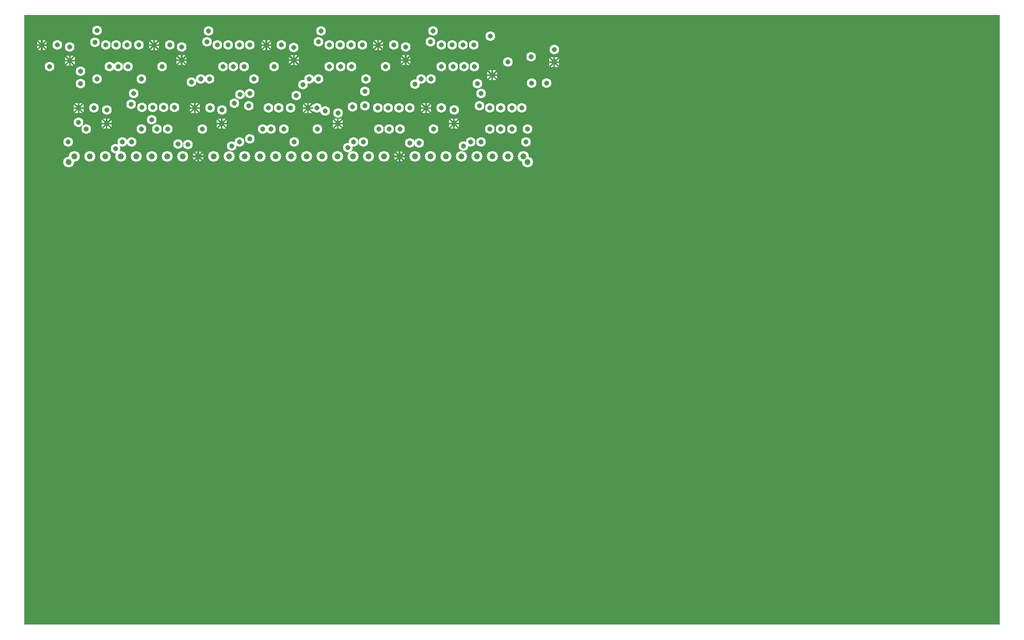
<source format=gbr>
%FSLAX34Y34*%
%MOMM*%
%LNCOPPER_INNER1*%
G71*
G01*
%ADD10C,1.800*%
%ADD11C,1.600*%
%ADD12C,0.333*%
%ADD13C,0.267*%
%ADD14C,1.000*%
%ADD15C,0.800*%
%LPD*%
G36*
X0Y1000000D02*
X1600000Y1000000D01*
X1600000Y0D01*
X0Y0D01*
X0Y1000000D01*
G37*
%LPC*%
X107553Y768350D02*
G54D10*
D03*
X82153Y768350D02*
G54D10*
D03*
X132953Y768350D02*
G54D10*
D03*
X158353Y768350D02*
G54D10*
D03*
X183753Y768350D02*
G54D10*
D03*
X209153Y768350D02*
G54D10*
D03*
X234553Y768350D02*
G54D10*
D03*
X259953Y768350D02*
G54D10*
D03*
X310753Y768350D02*
G54D10*
D03*
X285353Y768350D02*
G54D10*
D03*
X336153Y768350D02*
G54D10*
D03*
X361553Y768350D02*
G54D10*
D03*
X386953Y768350D02*
G54D10*
D03*
X412353Y768350D02*
G54D10*
D03*
X437753Y768350D02*
G54D10*
D03*
X463153Y768350D02*
G54D10*
D03*
X488553Y768350D02*
G54D10*
D03*
X513953Y768350D02*
G54D10*
D03*
X539353Y768350D02*
G54D10*
D03*
X564753Y768350D02*
G54D10*
D03*
X590153Y768350D02*
G54D10*
D03*
X615553Y768350D02*
G54D10*
D03*
X640953Y768350D02*
G54D10*
D03*
X691753Y768350D02*
G54D10*
D03*
X666353Y768350D02*
G54D10*
D03*
X717153Y768350D02*
G54D10*
D03*
X742553Y768350D02*
G54D10*
D03*
X767953Y768350D02*
G54D10*
D03*
X793353Y768350D02*
G54D10*
D03*
X818753Y768350D02*
G54D10*
D03*
X72628Y758825D02*
G54D10*
D03*
X825103Y758825D02*
G54D10*
D03*
X310753Y768350D02*
G54D10*
D03*
X285353Y768350D02*
G54D10*
D03*
X336153Y768350D02*
G54D10*
D03*
X361553Y768350D02*
G54D10*
D03*
X386953Y768350D02*
G54D10*
D03*
X412353Y768350D02*
G54D10*
D03*
X437753Y768350D02*
G54D10*
D03*
X463153Y768350D02*
G54D10*
D03*
X488553Y768350D02*
G54D10*
D03*
X513953Y768350D02*
G54D10*
D03*
X539353Y768350D02*
G54D10*
D03*
X564753Y768350D02*
G54D10*
D03*
X590153Y768350D02*
G54D10*
D03*
X615553Y768350D02*
G54D10*
D03*
X640953Y768350D02*
G54D10*
D03*
X691753Y768350D02*
G54D10*
D03*
X666353Y768350D02*
G54D10*
D03*
X717153Y768350D02*
G54D10*
D03*
X742553Y768350D02*
G54D10*
D03*
X767953Y768350D02*
G54D10*
D03*
X793353Y768350D02*
G54D10*
D03*
X818753Y768350D02*
G54D10*
D03*
X825103Y758825D02*
G54D10*
D03*
X53975Y950912D02*
G54D11*
D03*
G36*
X20575Y958912D02*
X36575Y958912D01*
X36575Y942912D01*
X20575Y942912D01*
X20575Y958912D01*
G37*
X41275Y915988D02*
G54D11*
D03*
X74612Y947738D02*
G54D11*
D03*
G36*
X66612Y933512D02*
X82612Y933512D01*
X82612Y917512D01*
X66612Y917512D01*
X66612Y933512D01*
G37*
X92075Y908050D02*
G54D11*
D03*
X92075Y887412D02*
G54D11*
D03*
X119062Y974725D02*
G54D11*
D03*
X115887Y955675D02*
G54D11*
D03*
X133350Y950912D02*
G54D11*
D03*
X150812Y950912D02*
G54D11*
D03*
X168275Y950912D02*
G54D11*
D03*
X187325Y950912D02*
G54D11*
D03*
X169862Y915988D02*
G54D11*
D03*
X153988Y915988D02*
G54D11*
D03*
X139700Y915988D02*
G54D11*
D03*
X119062Y895350D02*
G54D11*
D03*
X179388Y871538D02*
G54D11*
D03*
X174625Y854075D02*
G54D11*
D03*
X134938Y844550D02*
G54D11*
D03*
X114300Y847725D02*
G54D11*
D03*
G36*
X80900Y855725D02*
X96900Y855725D01*
X96900Y839725D01*
X80900Y839725D01*
X80900Y855725D01*
G37*
X88900Y823912D02*
G54D11*
D03*
X101600Y812800D02*
G54D11*
D03*
G36*
X126937Y830325D02*
X142937Y830325D01*
X142937Y814325D01*
X126937Y814325D01*
X126937Y830325D01*
G37*
X149225Y781050D02*
G54D11*
D03*
X160338Y792162D02*
G54D11*
D03*
X176212Y792162D02*
G54D11*
D03*
X192088Y812800D02*
G54D11*
D03*
X217488Y812800D02*
G54D11*
D03*
X234950Y812800D02*
G54D11*
D03*
X209153Y828675D02*
G54D11*
D03*
X192881Y848519D02*
G54D11*
D03*
X210344Y848519D02*
G54D11*
D03*
X228600Y848519D02*
G54D11*
D03*
X246062Y848519D02*
G54D11*
D03*
X225425Y915988D02*
G54D11*
D03*
X273844Y890588D02*
G54D11*
D03*
X288925Y895350D02*
G54D11*
D03*
X304006Y895350D02*
G54D11*
D03*
G36*
X204725Y958912D02*
X220725Y958912D01*
X220725Y942912D01*
X204725Y942912D01*
X204725Y958912D01*
G37*
X238125Y950912D02*
G54D11*
D03*
X257969Y947738D02*
G54D11*
D03*
G36*
X249969Y934306D02*
X265969Y934306D01*
X265969Y918306D01*
X249969Y918306D01*
X249969Y934306D01*
G37*
X302419Y973931D02*
G54D11*
D03*
X299244Y956469D02*
G54D11*
D03*
X316706Y950912D02*
G54D11*
D03*
X334169Y950912D02*
G54D11*
D03*
X352425Y950912D02*
G54D11*
D03*
X369888Y950912D02*
G54D11*
D03*
G36*
X388875Y958912D02*
X404875Y958912D01*
X404875Y942912D01*
X388875Y942912D01*
X388875Y958912D01*
G37*
X421481Y950912D02*
G54D11*
D03*
X442119Y946944D02*
G54D11*
D03*
G36*
X434119Y934306D02*
X450119Y934306D01*
X450119Y918306D01*
X434119Y918306D01*
X434119Y934306D01*
G37*
X500062Y950912D02*
G54D11*
D03*
X518319Y950912D02*
G54D11*
D03*
X535781Y950912D02*
G54D11*
D03*
X554038Y950912D02*
G54D11*
D03*
X486569Y973931D02*
G54D11*
D03*
X482600Y956469D02*
G54D11*
D03*
G36*
X572231Y958912D02*
X588231Y958912D01*
X588231Y942912D01*
X572231Y942912D01*
X572231Y958912D01*
G37*
X605631Y950912D02*
G54D11*
D03*
X625475Y947738D02*
G54D11*
D03*
G36*
X617475Y934306D02*
X633475Y934306D01*
X633475Y918306D01*
X617475Y918306D01*
X617475Y934306D01*
G37*
X684212Y950912D02*
G54D11*
D03*
X701675Y950912D02*
G54D11*
D03*
X719138Y950912D02*
G54D11*
D03*
X737394Y950912D02*
G54D11*
D03*
X669925Y973931D02*
G54D11*
D03*
X665956Y956469D02*
G54D11*
D03*
X764381Y965994D02*
G54D11*
D03*
G36*
X759556Y909700D02*
X775556Y909700D01*
X775556Y893700D01*
X759556Y893700D01*
X759556Y909700D01*
G37*
X831056Y931862D02*
G54D11*
D03*
X831850Y888206D02*
G54D11*
D03*
X856456Y888206D02*
G54D11*
D03*
X869156Y943769D02*
G54D11*
D03*
G36*
X861156Y931131D02*
X877156Y931131D01*
X877156Y915131D01*
X861156Y915131D01*
X861156Y931131D01*
G37*
X792956Y923131D02*
G54D11*
D03*
X738187Y915987D02*
G54D11*
D03*
X720725Y915988D02*
G54D11*
D03*
X703262Y915988D02*
G54D11*
D03*
X684212Y915988D02*
G54D11*
D03*
X592138Y915988D02*
G54D11*
D03*
X536575Y915988D02*
G54D11*
D03*
X519112Y915988D02*
G54D11*
D03*
X500062Y915988D02*
G54D11*
D03*
X409575Y915988D02*
G54D11*
D03*
X360362Y915988D02*
G54D11*
D03*
X342900Y915988D02*
G54D11*
D03*
X325438Y915988D02*
G54D11*
D03*
X666750Y895350D02*
G54D11*
D03*
X650875Y895350D02*
G54D11*
D03*
X482600Y895350D02*
G54D11*
D03*
X466725Y895350D02*
G54D11*
D03*
X457200Y885825D02*
G54D11*
D03*
X640556Y886619D02*
G54D11*
D03*
X742950Y887412D02*
G54D11*
D03*
X558800Y874712D02*
G54D11*
D03*
X579438Y847725D02*
G54D11*
D03*
X596900Y847725D02*
G54D11*
D03*
X614362Y847725D02*
G54D11*
D03*
X479425Y847725D02*
G54D11*
D03*
G36*
X457137Y855725D02*
X473137Y855725D01*
X473137Y839725D01*
X457137Y839725D01*
X457137Y855725D01*
G37*
X493712Y842962D02*
G54D11*
D03*
X538162Y849312D02*
G54D11*
D03*
X558800Y850900D02*
G54D11*
D03*
X514350Y839788D02*
G54D11*
D03*
G36*
X506350Y830325D02*
X522350Y830325D01*
X522350Y814325D01*
X506350Y814325D01*
X506350Y830325D01*
G37*
X631825Y847725D02*
G54D11*
D03*
G36*
X650812Y855725D02*
X666812Y855725D01*
X666812Y839725D01*
X650812Y839725D01*
X650812Y855725D01*
G37*
X684212Y847725D02*
G54D11*
D03*
X763588Y847725D02*
G54D11*
D03*
X781050Y847725D02*
G54D11*
D03*
X800100Y847725D02*
G54D11*
D03*
X815975Y847725D02*
G54D11*
D03*
X800100Y812800D02*
G54D11*
D03*
X781050Y812800D02*
G54D11*
D03*
X763588Y812800D02*
G54D11*
D03*
X749300Y871538D02*
G54D11*
D03*
X746125Y850900D02*
G54D11*
D03*
X704850Y844550D02*
G54D11*
D03*
G36*
X696850Y830325D02*
X712850Y830325D01*
X712850Y814325D01*
X696850Y814325D01*
X696850Y830325D01*
G37*
X825500Y812800D02*
G54D11*
D03*
X822325Y792162D02*
G54D11*
D03*
X749300Y792162D02*
G54D11*
D03*
X731838Y792162D02*
G54D11*
D03*
X719931Y785019D02*
G54D11*
D03*
X671512Y812800D02*
G54D11*
D03*
X647700Y790575D02*
G54D11*
D03*
X631825Y790575D02*
G54D11*
D03*
X615950Y812800D02*
G54D11*
D03*
X598488Y812800D02*
G54D11*
D03*
X581025Y812800D02*
G54D11*
D03*
X481012Y812800D02*
G54D11*
D03*
X555625Y792162D02*
G54D11*
D03*
X539750Y792162D02*
G54D11*
D03*
X530225Y782638D02*
G54D11*
D03*
X446088Y868362D02*
G54D11*
D03*
X442912Y792162D02*
G54D11*
D03*
X425450Y812800D02*
G54D11*
D03*
X404812Y812800D02*
G54D11*
D03*
X390525Y812800D02*
G54D11*
D03*
X292100Y812800D02*
G54D11*
D03*
G36*
X271400Y855725D02*
X287400Y855725D01*
X287400Y839725D01*
X271400Y839725D01*
X271400Y855725D01*
G37*
X304800Y847725D02*
G54D11*
D03*
X323850Y844550D02*
G54D11*
D03*
G36*
X315850Y830325D02*
X331850Y830325D01*
X331850Y814325D01*
X315850Y814325D01*
X315850Y830325D01*
G37*
X344488Y855662D02*
G54D11*
D03*
X354012Y869950D02*
G54D11*
D03*
X369888Y871538D02*
G54D11*
D03*
X368300Y850900D02*
G54D11*
D03*
X339725Y785019D02*
G54D11*
D03*
X352425Y792162D02*
G54D11*
D03*
X369888Y796925D02*
G54D11*
D03*
X400050Y847725D02*
G54D11*
D03*
X417512Y847725D02*
G54D11*
D03*
X436562Y847725D02*
G54D11*
D03*
X376237Y895350D02*
G54D11*
D03*
X192087Y895350D02*
G54D11*
D03*
X252412Y788988D02*
G54D11*
D03*
X268288Y787400D02*
G54D11*
D03*
X560387Y895350D02*
G54D11*
D03*
X71438Y792162D02*
G54D11*
D03*
%LPD*%
G54D12*
G54D12*
G54D12*
G36*
X283686Y768350D02*
X283686Y777850D01*
X287020Y777850D01*
X287020Y768350D01*
X283686Y768350D01*
G37*
G36*
X284174Y769528D02*
X290892Y776246D01*
X293249Y773889D01*
X286532Y767172D01*
X284174Y769528D01*
G37*
G36*
X285353Y770017D02*
X294853Y770017D01*
X294853Y766683D01*
X285353Y766683D01*
X285353Y770017D01*
G37*
G36*
X286532Y769528D02*
X293249Y762811D01*
X290892Y760454D01*
X284174Y767172D01*
X286532Y769528D01*
G37*
G36*
X287020Y768350D02*
X287020Y758850D01*
X283686Y758850D01*
X283686Y768350D01*
X287020Y768350D01*
G37*
G36*
X286532Y767172D02*
X279814Y760454D01*
X277457Y762811D01*
X284174Y769528D01*
X286532Y767172D01*
G37*
G36*
X285353Y766683D02*
X275853Y766683D01*
X275853Y770017D01*
X285353Y770017D01*
X285353Y766683D01*
G37*
G36*
X284174Y767172D02*
X277457Y773889D01*
X279814Y776246D01*
X286532Y769528D01*
X284174Y767172D01*
G37*
G54D12*
G36*
X613886Y768350D02*
X613886Y777850D01*
X617220Y777850D01*
X617220Y768350D01*
X613886Y768350D01*
G37*
G36*
X614374Y769529D02*
X621092Y776246D01*
X623449Y773889D01*
X616732Y767171D01*
X614374Y769529D01*
G37*
G36*
X615553Y770017D02*
X625053Y770017D01*
X625053Y766683D01*
X615553Y766683D01*
X615553Y770017D01*
G37*
G36*
X616732Y769529D02*
X623449Y762811D01*
X621092Y760454D01*
X614374Y767171D01*
X616732Y769529D01*
G37*
G36*
X617220Y768350D02*
X617220Y758850D01*
X613886Y758850D01*
X613886Y768350D01*
X617220Y768350D01*
G37*
G36*
X616732Y767171D02*
X610014Y760454D01*
X607657Y762811D01*
X614374Y769529D01*
X616732Y767171D01*
G37*
G36*
X615553Y766683D02*
X606053Y766683D01*
X606053Y770017D01*
X615553Y770017D01*
X615553Y766683D01*
G37*
G36*
X614374Y767171D02*
X607657Y773889D01*
X610014Y776246D01*
X616732Y769529D01*
X614374Y767171D01*
G37*
G54D12*
G54D12*
G54D13*
G36*
X27242Y950912D02*
X27242Y959412D01*
X29908Y959412D01*
X29908Y950912D01*
X27242Y950912D01*
G37*
G36*
X27632Y951855D02*
X35986Y960208D01*
X37871Y958323D01*
X29518Y949969D01*
X27632Y951855D01*
G37*
G36*
X28575Y952245D02*
X37075Y952245D01*
X37075Y949579D01*
X28575Y949579D01*
X28575Y952245D01*
G37*
G36*
X29518Y951855D02*
X37871Y943501D01*
X35986Y941616D01*
X27632Y949969D01*
X29518Y951855D01*
G37*
G36*
X29908Y950912D02*
X29908Y942412D01*
X27242Y942412D01*
X27242Y950912D01*
X29908Y950912D01*
G37*
G36*
X29518Y949969D02*
X21164Y941616D01*
X19279Y943501D01*
X27632Y951855D01*
X29518Y949969D01*
G37*
G36*
X28575Y949579D02*
X20075Y949579D01*
X20075Y952245D01*
X28575Y952245D01*
X28575Y949579D01*
G37*
G36*
X27632Y949969D02*
X19279Y958323D01*
X21164Y960208D01*
X29518Y951855D01*
X27632Y949969D01*
G37*
G54D13*
G36*
X73279Y925512D02*
X73279Y934012D01*
X75945Y934012D01*
X75945Y925512D01*
X73279Y925512D01*
G37*
G36*
X73669Y926455D02*
X82023Y934808D01*
X83908Y932923D01*
X75555Y924569D01*
X73669Y926455D01*
G37*
G36*
X74612Y926845D02*
X83112Y926845D01*
X83112Y924179D01*
X74612Y924179D01*
X74612Y926845D01*
G37*
G36*
X75555Y926455D02*
X83908Y918101D01*
X82023Y916216D01*
X73669Y924569D01*
X75555Y926455D01*
G37*
G36*
X75945Y925512D02*
X75945Y917012D01*
X73279Y917012D01*
X73279Y925512D01*
X75945Y925512D01*
G37*
G36*
X75555Y924569D02*
X67201Y916216D01*
X65316Y918101D01*
X73669Y926455D01*
X75555Y924569D01*
G37*
G36*
X74612Y924179D02*
X66112Y924179D01*
X66112Y926845D01*
X74612Y926845D01*
X74612Y924179D01*
G37*
G36*
X73669Y924569D02*
X65316Y932923D01*
X67201Y934808D01*
X75555Y926455D01*
X73669Y924569D01*
G37*
G54D13*
G54D13*
G54D13*
G36*
X87567Y847725D02*
X87567Y856225D01*
X90233Y856225D01*
X90233Y847725D01*
X87567Y847725D01*
G37*
G36*
X87957Y848668D02*
X96311Y857021D01*
X98196Y855136D01*
X89843Y846782D01*
X87957Y848668D01*
G37*
G36*
X88900Y849058D02*
X97400Y849058D01*
X97400Y846392D01*
X88900Y846392D01*
X88900Y849058D01*
G37*
G36*
X89843Y848668D02*
X98196Y840314D01*
X96311Y838429D01*
X87957Y846782D01*
X89843Y848668D01*
G37*
G36*
X90233Y847725D02*
X90233Y839225D01*
X87567Y839225D01*
X87567Y847725D01*
X90233Y847725D01*
G37*
G36*
X89843Y846782D02*
X81489Y838429D01*
X79604Y840314D01*
X87957Y848668D01*
X89843Y846782D01*
G37*
G36*
X88900Y846392D02*
X80400Y846392D01*
X80400Y849058D01*
X88900Y849058D01*
X88900Y846392D01*
G37*
G36*
X87957Y846782D02*
X79604Y855136D01*
X81489Y857021D01*
X89843Y848668D01*
X87957Y846782D01*
G37*
G54D13*
G36*
X133604Y822325D02*
X133604Y830825D01*
X136270Y830825D01*
X136270Y822325D01*
X133604Y822325D01*
G37*
G36*
X133994Y823268D02*
X142348Y831621D01*
X144233Y829736D01*
X135880Y821382D01*
X133994Y823268D01*
G37*
G36*
X134937Y823658D02*
X143437Y823658D01*
X143437Y820992D01*
X134937Y820992D01*
X134937Y823658D01*
G37*
G36*
X135880Y823268D02*
X144233Y814914D01*
X142348Y813029D01*
X133994Y821382D01*
X135880Y823268D01*
G37*
G36*
X136270Y822325D02*
X136270Y813825D01*
X133604Y813825D01*
X133604Y822325D01*
X136270Y822325D01*
G37*
G36*
X135880Y821382D02*
X127526Y813029D01*
X125641Y814914D01*
X133994Y823268D01*
X135880Y821382D01*
G37*
G36*
X134937Y820992D02*
X126437Y820992D01*
X126437Y823658D01*
X134937Y823658D01*
X134937Y820992D01*
G37*
G36*
X133994Y821382D02*
X125641Y829736D01*
X127526Y831621D01*
X135880Y823268D01*
X133994Y821382D01*
G37*
G54D13*
G36*
X211392Y950912D02*
X211392Y959412D01*
X214058Y959412D01*
X214058Y950912D01*
X211392Y950912D01*
G37*
G36*
X211782Y951855D02*
X220136Y960208D01*
X222021Y958323D01*
X213668Y949969D01*
X211782Y951855D01*
G37*
G36*
X212725Y952245D02*
X221225Y952245D01*
X221225Y949579D01*
X212725Y949579D01*
X212725Y952245D01*
G37*
G36*
X213668Y951855D02*
X222021Y943501D01*
X220136Y941616D01*
X211782Y949969D01*
X213668Y951855D01*
G37*
G36*
X214058Y950912D02*
X214058Y942412D01*
X211392Y942412D01*
X211392Y950912D01*
X214058Y950912D01*
G37*
G36*
X213668Y949969D02*
X205314Y941616D01*
X203429Y943501D01*
X211782Y951855D01*
X213668Y949969D01*
G37*
G36*
X212725Y949579D02*
X204225Y949579D01*
X204225Y952245D01*
X212725Y952245D01*
X212725Y949579D01*
G37*
G36*
X211782Y949969D02*
X203429Y958323D01*
X205314Y960208D01*
X213668Y951855D01*
X211782Y949969D01*
G37*
G54D13*
G36*
X256636Y926306D02*
X256636Y934806D01*
X259302Y934806D01*
X259302Y926306D01*
X256636Y926306D01*
G37*
G36*
X257026Y927249D02*
X265380Y935602D01*
X267265Y933717D01*
X258912Y925363D01*
X257026Y927249D01*
G37*
G36*
X257969Y927639D02*
X266469Y927639D01*
X266469Y924973D01*
X257969Y924973D01*
X257969Y927639D01*
G37*
G36*
X258912Y927249D02*
X267265Y918895D01*
X265380Y917010D01*
X257026Y925363D01*
X258912Y927249D01*
G37*
G36*
X259302Y926306D02*
X259302Y917806D01*
X256636Y917806D01*
X256636Y926306D01*
X259302Y926306D01*
G37*
G36*
X258912Y925363D02*
X250558Y917010D01*
X248673Y918895D01*
X257026Y927249D01*
X258912Y925363D01*
G37*
G36*
X257969Y924973D02*
X249469Y924973D01*
X249469Y927639D01*
X257969Y927639D01*
X257969Y924973D01*
G37*
G36*
X257026Y925363D02*
X248673Y933717D01*
X250558Y935602D01*
X258912Y927249D01*
X257026Y925363D01*
G37*
G54D13*
G54D13*
G36*
X395542Y950912D02*
X395542Y959412D01*
X398208Y959412D01*
X398208Y950912D01*
X395542Y950912D01*
G37*
G36*
X395932Y951855D02*
X404286Y960208D01*
X406171Y958323D01*
X397818Y949969D01*
X395932Y951855D01*
G37*
G36*
X396875Y952245D02*
X405375Y952245D01*
X405375Y949579D01*
X396875Y949579D01*
X396875Y952245D01*
G37*
G36*
X397818Y951855D02*
X406171Y943501D01*
X404286Y941616D01*
X395932Y949969D01*
X397818Y951855D01*
G37*
G36*
X398208Y950912D02*
X398208Y942412D01*
X395542Y942412D01*
X395542Y950912D01*
X398208Y950912D01*
G37*
G36*
X397818Y949969D02*
X389464Y941616D01*
X387579Y943501D01*
X395932Y951855D01*
X397818Y949969D01*
G37*
G36*
X396875Y949579D02*
X388375Y949579D01*
X388375Y952245D01*
X396875Y952245D01*
X396875Y949579D01*
G37*
G36*
X395932Y949969D02*
X387579Y958323D01*
X389464Y960208D01*
X397818Y951855D01*
X395932Y949969D01*
G37*
G54D13*
G36*
X440786Y926306D02*
X440786Y934806D01*
X443452Y934806D01*
X443452Y926306D01*
X440786Y926306D01*
G37*
G36*
X441176Y927249D02*
X449530Y935602D01*
X451415Y933717D01*
X443062Y925363D01*
X441176Y927249D01*
G37*
G36*
X442119Y927639D02*
X450619Y927639D01*
X450619Y924973D01*
X442119Y924973D01*
X442119Y927639D01*
G37*
G36*
X443062Y927249D02*
X451415Y918895D01*
X449530Y917010D01*
X441176Y925363D01*
X443062Y927249D01*
G37*
G36*
X443452Y926306D02*
X443452Y917806D01*
X440786Y917806D01*
X440786Y926306D01*
X443452Y926306D01*
G37*
G36*
X443062Y925363D02*
X434708Y917010D01*
X432823Y918895D01*
X441176Y927249D01*
X443062Y925363D01*
G37*
G36*
X442119Y924973D02*
X433619Y924973D01*
X433619Y927639D01*
X442119Y927639D01*
X442119Y924973D01*
G37*
G36*
X441176Y925363D02*
X432823Y933717D01*
X434708Y935602D01*
X443062Y927249D01*
X441176Y925363D01*
G37*
G54D13*
G54D13*
G36*
X578898Y950912D02*
X578898Y959412D01*
X581564Y959412D01*
X581564Y950912D01*
X578898Y950912D01*
G37*
G36*
X579288Y951855D02*
X587642Y960208D01*
X589527Y958323D01*
X581174Y949969D01*
X579288Y951855D01*
G37*
G36*
X580231Y952245D02*
X588731Y952245D01*
X588731Y949579D01*
X580231Y949579D01*
X580231Y952245D01*
G37*
G36*
X581174Y951855D02*
X589527Y943501D01*
X587642Y941616D01*
X579288Y949969D01*
X581174Y951855D01*
G37*
G36*
X581564Y950912D02*
X581564Y942412D01*
X578898Y942412D01*
X578898Y950912D01*
X581564Y950912D01*
G37*
G36*
X581174Y949969D02*
X572820Y941616D01*
X570935Y943501D01*
X579288Y951855D01*
X581174Y949969D01*
G37*
G36*
X580231Y949579D02*
X571731Y949579D01*
X571731Y952245D01*
X580231Y952245D01*
X580231Y949579D01*
G37*
G36*
X579288Y949969D02*
X570935Y958323D01*
X572820Y960208D01*
X581174Y951855D01*
X579288Y949969D01*
G37*
G54D13*
G36*
X624142Y926306D02*
X624142Y934806D01*
X626808Y934806D01*
X626808Y926306D01*
X624142Y926306D01*
G37*
G36*
X624532Y927249D02*
X632886Y935602D01*
X634771Y933717D01*
X626418Y925363D01*
X624532Y927249D01*
G37*
G36*
X625475Y927639D02*
X633975Y927639D01*
X633975Y924973D01*
X625475Y924973D01*
X625475Y927639D01*
G37*
G36*
X626418Y927249D02*
X634771Y918895D01*
X632886Y917010D01*
X624532Y925363D01*
X626418Y927249D01*
G37*
G36*
X626808Y926306D02*
X626808Y917806D01*
X624142Y917806D01*
X624142Y926306D01*
X626808Y926306D01*
G37*
G36*
X626418Y925363D02*
X618064Y917010D01*
X616179Y918895D01*
X624532Y927249D01*
X626418Y925363D01*
G37*
G36*
X625475Y924973D02*
X616975Y924973D01*
X616975Y927639D01*
X625475Y927639D01*
X625475Y924973D01*
G37*
G36*
X624532Y925363D02*
X616179Y933717D01*
X618064Y935602D01*
X626418Y927249D01*
X624532Y925363D01*
G37*
G54D13*
G54D13*
G54D13*
G36*
X766223Y901700D02*
X766223Y910200D01*
X768889Y910200D01*
X768889Y901700D01*
X766223Y901700D01*
G37*
G36*
X766613Y902643D02*
X774967Y910996D01*
X776852Y909111D01*
X768499Y900757D01*
X766613Y902643D01*
G37*
G36*
X767556Y903033D02*
X776056Y903033D01*
X776056Y900367D01*
X767556Y900367D01*
X767556Y903033D01*
G37*
G36*
X768499Y902643D02*
X776852Y894289D01*
X774967Y892404D01*
X766613Y900757D01*
X768499Y902643D01*
G37*
G36*
X768889Y901700D02*
X768889Y893200D01*
X766223Y893200D01*
X766223Y901700D01*
X768889Y901700D01*
G37*
G36*
X768499Y900757D02*
X760145Y892404D01*
X758260Y894289D01*
X766613Y902643D01*
X768499Y900757D01*
G37*
G36*
X767556Y900367D02*
X759056Y900367D01*
X759056Y903033D01*
X767556Y903033D01*
X767556Y900367D01*
G37*
G36*
X766613Y900757D02*
X758260Y909111D01*
X760145Y910996D01*
X768499Y902643D01*
X766613Y900757D01*
G37*
G54D13*
G36*
X867823Y923131D02*
X867823Y931631D01*
X870489Y931631D01*
X870489Y923131D01*
X867823Y923131D01*
G37*
G36*
X868213Y924074D02*
X876567Y932427D01*
X878452Y930542D01*
X870099Y922188D01*
X868213Y924074D01*
G37*
G36*
X869156Y924464D02*
X877656Y924464D01*
X877656Y921798D01*
X869156Y921798D01*
X869156Y924464D01*
G37*
G36*
X870099Y924074D02*
X878452Y915720D01*
X876567Y913835D01*
X868213Y922188D01*
X870099Y924074D01*
G37*
G36*
X870489Y923131D02*
X870489Y914631D01*
X867823Y914631D01*
X867823Y923131D01*
X870489Y923131D01*
G37*
G36*
X870099Y922188D02*
X861745Y913835D01*
X859860Y915720D01*
X868213Y924074D01*
X870099Y922188D01*
G37*
G36*
X869156Y921798D02*
X860656Y921798D01*
X860656Y924464D01*
X869156Y924464D01*
X869156Y921798D01*
G37*
G36*
X868213Y922188D02*
X859860Y930542D01*
X861745Y932427D01*
X870099Y924074D01*
X868213Y922188D01*
G37*
G54D13*
G54D13*
G36*
X463804Y847725D02*
X463804Y856225D01*
X466470Y856225D01*
X466470Y847725D01*
X463804Y847725D01*
G37*
G36*
X464194Y848668D02*
X472548Y857021D01*
X474433Y855136D01*
X466080Y846782D01*
X464194Y848668D01*
G37*
G36*
X465137Y849058D02*
X473637Y849058D01*
X473637Y846392D01*
X465137Y846392D01*
X465137Y849058D01*
G37*
G36*
X466080Y848668D02*
X474433Y840314D01*
X472548Y838429D01*
X464194Y846782D01*
X466080Y848668D01*
G37*
G36*
X466470Y847725D02*
X466470Y839225D01*
X463804Y839225D01*
X463804Y847725D01*
X466470Y847725D01*
G37*
G36*
X466080Y846782D02*
X457726Y838429D01*
X455841Y840314D01*
X464194Y848668D01*
X466080Y846782D01*
G37*
G36*
X465137Y846392D02*
X456637Y846392D01*
X456637Y849058D01*
X465137Y849058D01*
X465137Y846392D01*
G37*
G36*
X464194Y846782D02*
X455841Y855136D01*
X457726Y857021D01*
X466080Y848668D01*
X464194Y846782D01*
G37*
G54D13*
G54D13*
G36*
X513017Y822325D02*
X513017Y830825D01*
X515683Y830825D01*
X515683Y822325D01*
X513017Y822325D01*
G37*
G36*
X513407Y823268D02*
X521761Y831621D01*
X523646Y829736D01*
X515293Y821382D01*
X513407Y823268D01*
G37*
G36*
X514350Y823658D02*
X522850Y823658D01*
X522850Y820992D01*
X514350Y820992D01*
X514350Y823658D01*
G37*
G36*
X515293Y823268D02*
X523646Y814914D01*
X521761Y813029D01*
X513407Y821382D01*
X515293Y823268D01*
G37*
G36*
X515683Y822325D02*
X515683Y813825D01*
X513017Y813825D01*
X513017Y822325D01*
X515683Y822325D01*
G37*
G36*
X515293Y821382D02*
X506939Y813029D01*
X505054Y814914D01*
X513407Y823268D01*
X515293Y821382D01*
G37*
G36*
X514350Y820992D02*
X505850Y820992D01*
X505850Y823658D01*
X514350Y823658D01*
X514350Y820992D01*
G37*
G36*
X513407Y821382D02*
X505054Y829736D01*
X506939Y831621D01*
X515293Y823268D01*
X513407Y821382D01*
G37*
G54D13*
G36*
X657479Y847725D02*
X657479Y856225D01*
X660145Y856225D01*
X660145Y847725D01*
X657479Y847725D01*
G37*
G36*
X657869Y848668D02*
X666223Y857021D01*
X668108Y855136D01*
X659755Y846782D01*
X657869Y848668D01*
G37*
G36*
X658812Y849058D02*
X667312Y849058D01*
X667312Y846392D01*
X658812Y846392D01*
X658812Y849058D01*
G37*
G36*
X659755Y848668D02*
X668108Y840314D01*
X666223Y838429D01*
X657869Y846782D01*
X659755Y848668D01*
G37*
G36*
X660145Y847725D02*
X660145Y839225D01*
X657479Y839225D01*
X657479Y847725D01*
X660145Y847725D01*
G37*
G36*
X659755Y846782D02*
X651401Y838429D01*
X649516Y840314D01*
X657869Y848668D01*
X659755Y846782D01*
G37*
G36*
X658812Y846392D02*
X650312Y846392D01*
X650312Y849058D01*
X658812Y849058D01*
X658812Y846392D01*
G37*
G36*
X657869Y846782D02*
X649516Y855136D01*
X651401Y857021D01*
X659755Y848668D01*
X657869Y846782D01*
G37*
G54D13*
G54D13*
G36*
X703517Y822325D02*
X703517Y830825D01*
X706183Y830825D01*
X706183Y822325D01*
X703517Y822325D01*
G37*
G36*
X703907Y823268D02*
X712261Y831621D01*
X714146Y829736D01*
X705793Y821382D01*
X703907Y823268D01*
G37*
G36*
X704850Y823658D02*
X713350Y823658D01*
X713350Y820992D01*
X704850Y820992D01*
X704850Y823658D01*
G37*
G36*
X705793Y823268D02*
X714146Y814914D01*
X712261Y813029D01*
X703907Y821382D01*
X705793Y823268D01*
G37*
G36*
X706183Y822325D02*
X706183Y813825D01*
X703517Y813825D01*
X703517Y822325D01*
X706183Y822325D01*
G37*
G36*
X705793Y821382D02*
X697439Y813029D01*
X695554Y814914D01*
X703907Y823268D01*
X705793Y821382D01*
G37*
G36*
X704850Y820992D02*
X696350Y820992D01*
X696350Y823658D01*
X704850Y823658D01*
X704850Y820992D01*
G37*
G36*
X703907Y821382D02*
X695554Y829736D01*
X697439Y831621D01*
X705793Y823268D01*
X703907Y821382D01*
G37*
G54D13*
G54D13*
G54D13*
G54D13*
G36*
X278067Y847725D02*
X278067Y856225D01*
X280733Y856225D01*
X280733Y847725D01*
X278067Y847725D01*
G37*
G36*
X278457Y848668D02*
X286811Y857021D01*
X288696Y855136D01*
X280343Y846782D01*
X278457Y848668D01*
G37*
G36*
X279400Y849058D02*
X287900Y849058D01*
X287900Y846392D01*
X279400Y846392D01*
X279400Y849058D01*
G37*
G36*
X280343Y848668D02*
X288696Y840314D01*
X286811Y838429D01*
X278457Y846782D01*
X280343Y848668D01*
G37*
G36*
X280733Y847725D02*
X280733Y839225D01*
X278067Y839225D01*
X278067Y847725D01*
X280733Y847725D01*
G37*
G36*
X280343Y846782D02*
X271989Y838429D01*
X270104Y840314D01*
X278457Y848668D01*
X280343Y846782D01*
G37*
G36*
X279400Y846392D02*
X270900Y846392D01*
X270900Y849058D01*
X279400Y849058D01*
X279400Y846392D01*
G37*
G36*
X278457Y846782D02*
X270104Y855136D01*
X271989Y857021D01*
X280343Y848668D01*
X278457Y846782D01*
G37*
G54D13*
G36*
X322517Y822325D02*
X322517Y830825D01*
X325183Y830825D01*
X325183Y822325D01*
X322517Y822325D01*
G37*
G36*
X322907Y823268D02*
X331261Y831621D01*
X333146Y829736D01*
X324793Y821382D01*
X322907Y823268D01*
G37*
G36*
X323850Y823658D02*
X332350Y823658D01*
X332350Y820992D01*
X323850Y820992D01*
X323850Y823658D01*
G37*
G36*
X324793Y823268D02*
X333146Y814914D01*
X331261Y813029D01*
X322907Y821382D01*
X324793Y823268D01*
G37*
G36*
X325183Y822325D02*
X325183Y813825D01*
X322517Y813825D01*
X322517Y822325D01*
X325183Y822325D01*
G37*
G36*
X324793Y821382D02*
X316439Y813029D01*
X314554Y814914D01*
X322907Y823268D01*
X324793Y821382D01*
G37*
G36*
X323850Y820992D02*
X315350Y820992D01*
X315350Y823658D01*
X323850Y823658D01*
X323850Y820992D01*
G37*
G36*
X322907Y821382D02*
X314554Y829736D01*
X316439Y831621D01*
X324793Y823268D01*
X322907Y821382D01*
G37*
G54D13*
G54D13*
G54D13*
G54D13*
G54D13*
X107553Y768350D02*
G54D14*
D03*
X82153Y768350D02*
G54D14*
D03*
X132953Y768350D02*
G54D14*
D03*
X158353Y768350D02*
G54D14*
D03*
X183753Y768350D02*
G54D14*
D03*
X209153Y768350D02*
G54D14*
D03*
X234553Y768350D02*
G54D14*
D03*
X259953Y768350D02*
G54D14*
D03*
X310753Y768350D02*
G54D14*
D03*
X285353Y768350D02*
G54D14*
D03*
X336153Y768350D02*
G54D14*
D03*
X361553Y768350D02*
G54D14*
D03*
X386953Y768350D02*
G54D14*
D03*
X412353Y768350D02*
G54D14*
D03*
X437753Y768350D02*
G54D14*
D03*
X463153Y768350D02*
G54D14*
D03*
X488553Y768350D02*
G54D14*
D03*
X513953Y768350D02*
G54D14*
D03*
X539353Y768350D02*
G54D14*
D03*
X564753Y768350D02*
G54D14*
D03*
X590153Y768350D02*
G54D14*
D03*
X615553Y768350D02*
G54D14*
D03*
X640953Y768350D02*
G54D14*
D03*
X691753Y768350D02*
G54D14*
D03*
X666353Y768350D02*
G54D14*
D03*
X717153Y768350D02*
G54D14*
D03*
X742553Y768350D02*
G54D14*
D03*
X767953Y768350D02*
G54D14*
D03*
X793353Y768350D02*
G54D14*
D03*
X818753Y768350D02*
G54D14*
D03*
X72628Y758825D02*
G54D14*
D03*
X825103Y758825D02*
G54D14*
D03*
X310753Y768350D02*
G54D14*
D03*
X285353Y768350D02*
G54D14*
D03*
X336153Y768350D02*
G54D14*
D03*
X361553Y768350D02*
G54D14*
D03*
X386953Y768350D02*
G54D14*
D03*
X412353Y768350D02*
G54D14*
D03*
X437753Y768350D02*
G54D14*
D03*
X463153Y768350D02*
G54D14*
D03*
X488553Y768350D02*
G54D14*
D03*
X513953Y768350D02*
G54D14*
D03*
X539353Y768350D02*
G54D14*
D03*
X564753Y768350D02*
G54D14*
D03*
X590153Y768350D02*
G54D14*
D03*
X615553Y768350D02*
G54D14*
D03*
X640953Y768350D02*
G54D14*
D03*
X691753Y768350D02*
G54D14*
D03*
X666353Y768350D02*
G54D14*
D03*
X717153Y768350D02*
G54D14*
D03*
X742553Y768350D02*
G54D14*
D03*
X767953Y768350D02*
G54D14*
D03*
X793353Y768350D02*
G54D14*
D03*
X818753Y768350D02*
G54D14*
D03*
X825103Y758825D02*
G54D14*
D03*
X53975Y950912D02*
G54D15*
D03*
G36*
X24575Y954912D02*
X32575Y954912D01*
X32575Y946912D01*
X24575Y946912D01*
X24575Y954912D01*
G37*
X41275Y915988D02*
G54D15*
D03*
X74612Y947738D02*
G54D15*
D03*
G36*
X70612Y929512D02*
X78612Y929512D01*
X78612Y921512D01*
X70612Y921512D01*
X70612Y929512D01*
G37*
X92075Y908050D02*
G54D15*
D03*
X92075Y887412D02*
G54D15*
D03*
X119062Y974725D02*
G54D15*
D03*
X115887Y955675D02*
G54D15*
D03*
X133350Y950912D02*
G54D15*
D03*
X150812Y950912D02*
G54D15*
D03*
X168275Y950912D02*
G54D15*
D03*
X187325Y950912D02*
G54D15*
D03*
X169862Y915988D02*
G54D15*
D03*
X153988Y915988D02*
G54D15*
D03*
X139700Y915988D02*
G54D15*
D03*
X119062Y895350D02*
G54D15*
D03*
X179388Y871538D02*
G54D15*
D03*
X174625Y854075D02*
G54D15*
D03*
X134938Y844550D02*
G54D15*
D03*
X114300Y847725D02*
G54D15*
D03*
G36*
X84900Y851725D02*
X92900Y851725D01*
X92900Y843725D01*
X84900Y843725D01*
X84900Y851725D01*
G37*
X88900Y823912D02*
G54D15*
D03*
X101600Y812800D02*
G54D15*
D03*
G36*
X130937Y826325D02*
X138937Y826325D01*
X138937Y818325D01*
X130937Y818325D01*
X130937Y826325D01*
G37*
X149225Y781050D02*
G54D15*
D03*
X160338Y792162D02*
G54D15*
D03*
X176212Y792162D02*
G54D15*
D03*
X192088Y812800D02*
G54D15*
D03*
X217488Y812800D02*
G54D15*
D03*
X234950Y812800D02*
G54D15*
D03*
X209153Y828675D02*
G54D15*
D03*
X192881Y848519D02*
G54D15*
D03*
X210344Y848519D02*
G54D15*
D03*
X228600Y848519D02*
G54D15*
D03*
X246062Y848519D02*
G54D15*
D03*
X225425Y915988D02*
G54D15*
D03*
X273844Y890588D02*
G54D15*
D03*
X288925Y895350D02*
G54D15*
D03*
X304006Y895350D02*
G54D15*
D03*
G36*
X208725Y954912D02*
X216725Y954912D01*
X216725Y946912D01*
X208725Y946912D01*
X208725Y954912D01*
G37*
X238125Y950912D02*
G54D15*
D03*
X257969Y947738D02*
G54D15*
D03*
G36*
X253969Y930306D02*
X261969Y930306D01*
X261969Y922306D01*
X253969Y922306D01*
X253969Y930306D01*
G37*
X302419Y973931D02*
G54D15*
D03*
X299244Y956469D02*
G54D15*
D03*
X316706Y950912D02*
G54D15*
D03*
X334169Y950912D02*
G54D15*
D03*
X352425Y950912D02*
G54D15*
D03*
X369888Y950912D02*
G54D15*
D03*
G36*
X392875Y954912D02*
X400875Y954912D01*
X400875Y946912D01*
X392875Y946912D01*
X392875Y954912D01*
G37*
X421481Y950912D02*
G54D15*
D03*
X442119Y946944D02*
G54D15*
D03*
G36*
X438119Y930306D02*
X446119Y930306D01*
X446119Y922306D01*
X438119Y922306D01*
X438119Y930306D01*
G37*
X500062Y950912D02*
G54D15*
D03*
X518319Y950912D02*
G54D15*
D03*
X535781Y950912D02*
G54D15*
D03*
X554038Y950912D02*
G54D15*
D03*
X486569Y973931D02*
G54D15*
D03*
X482600Y956469D02*
G54D15*
D03*
G36*
X576231Y954912D02*
X584231Y954912D01*
X584231Y946912D01*
X576231Y946912D01*
X576231Y954912D01*
G37*
X605631Y950912D02*
G54D15*
D03*
X625475Y947738D02*
G54D15*
D03*
G36*
X621475Y930306D02*
X629475Y930306D01*
X629475Y922306D01*
X621475Y922306D01*
X621475Y930306D01*
G37*
X684212Y950912D02*
G54D15*
D03*
X701675Y950912D02*
G54D15*
D03*
X719138Y950912D02*
G54D15*
D03*
X737394Y950912D02*
G54D15*
D03*
X669925Y973931D02*
G54D15*
D03*
X665956Y956469D02*
G54D15*
D03*
X764381Y965994D02*
G54D15*
D03*
G36*
X763556Y905700D02*
X771556Y905700D01*
X771556Y897700D01*
X763556Y897700D01*
X763556Y905700D01*
G37*
X831056Y931862D02*
G54D15*
D03*
X831850Y888206D02*
G54D15*
D03*
X856456Y888206D02*
G54D15*
D03*
X869156Y943769D02*
G54D15*
D03*
G36*
X865156Y927131D02*
X873156Y927131D01*
X873156Y919131D01*
X865156Y919131D01*
X865156Y927131D01*
G37*
X792956Y923131D02*
G54D15*
D03*
X738187Y915987D02*
G54D15*
D03*
X720725Y915988D02*
G54D15*
D03*
X703262Y915988D02*
G54D15*
D03*
X684212Y915988D02*
G54D15*
D03*
X592138Y915988D02*
G54D15*
D03*
X536575Y915988D02*
G54D15*
D03*
X519112Y915988D02*
G54D15*
D03*
X500062Y915988D02*
G54D15*
D03*
X409575Y915988D02*
G54D15*
D03*
X360362Y915988D02*
G54D15*
D03*
X342900Y915988D02*
G54D15*
D03*
X325438Y915988D02*
G54D15*
D03*
X666750Y895350D02*
G54D15*
D03*
X650875Y895350D02*
G54D15*
D03*
X482600Y895350D02*
G54D15*
D03*
X466725Y895350D02*
G54D15*
D03*
X457200Y885825D02*
G54D15*
D03*
X640556Y886619D02*
G54D15*
D03*
X742950Y887412D02*
G54D15*
D03*
X558800Y874712D02*
G54D15*
D03*
X579438Y847725D02*
G54D15*
D03*
X596900Y847725D02*
G54D15*
D03*
X614362Y847725D02*
G54D15*
D03*
X479425Y847725D02*
G54D15*
D03*
G36*
X461137Y851725D02*
X469137Y851725D01*
X469137Y843725D01*
X461137Y843725D01*
X461137Y851725D01*
G37*
X493712Y842962D02*
G54D15*
D03*
X538162Y849312D02*
G54D15*
D03*
X558800Y850900D02*
G54D15*
D03*
X514350Y839788D02*
G54D15*
D03*
G36*
X510350Y826325D02*
X518350Y826325D01*
X518350Y818325D01*
X510350Y818325D01*
X510350Y826325D01*
G37*
X631825Y847725D02*
G54D15*
D03*
G36*
X654812Y851725D02*
X662812Y851725D01*
X662812Y843725D01*
X654812Y843725D01*
X654812Y851725D01*
G37*
X684212Y847725D02*
G54D15*
D03*
X763588Y847725D02*
G54D15*
D03*
X781050Y847725D02*
G54D15*
D03*
X800100Y847725D02*
G54D15*
D03*
X815975Y847725D02*
G54D15*
D03*
X800100Y812800D02*
G54D15*
D03*
X781050Y812800D02*
G54D15*
D03*
X763588Y812800D02*
G54D15*
D03*
X749300Y871538D02*
G54D15*
D03*
X746125Y850900D02*
G54D15*
D03*
X704850Y844550D02*
G54D15*
D03*
G36*
X700850Y826325D02*
X708850Y826325D01*
X708850Y818325D01*
X700850Y818325D01*
X700850Y826325D01*
G37*
X825500Y812800D02*
G54D15*
D03*
X822325Y792162D02*
G54D15*
D03*
X749300Y792162D02*
G54D15*
D03*
X731838Y792162D02*
G54D15*
D03*
X719931Y785019D02*
G54D15*
D03*
X671512Y812800D02*
G54D15*
D03*
X647700Y790575D02*
G54D15*
D03*
X631825Y790575D02*
G54D15*
D03*
X615950Y812800D02*
G54D15*
D03*
X598488Y812800D02*
G54D15*
D03*
X581025Y812800D02*
G54D15*
D03*
X481012Y812800D02*
G54D15*
D03*
X555625Y792162D02*
G54D15*
D03*
X539750Y792162D02*
G54D15*
D03*
X530225Y782638D02*
G54D15*
D03*
X446088Y868362D02*
G54D15*
D03*
X442912Y792162D02*
G54D15*
D03*
X425450Y812800D02*
G54D15*
D03*
X404812Y812800D02*
G54D15*
D03*
X390525Y812800D02*
G54D15*
D03*
X292100Y812800D02*
G54D15*
D03*
G36*
X275400Y851725D02*
X283400Y851725D01*
X283400Y843725D01*
X275400Y843725D01*
X275400Y851725D01*
G37*
X304800Y847725D02*
G54D15*
D03*
X323850Y844550D02*
G54D15*
D03*
G36*
X319850Y826325D02*
X327850Y826325D01*
X327850Y818325D01*
X319850Y818325D01*
X319850Y826325D01*
G37*
X344488Y855662D02*
G54D15*
D03*
X354012Y869950D02*
G54D15*
D03*
X369888Y871538D02*
G54D15*
D03*
X368300Y850900D02*
G54D15*
D03*
X339725Y785019D02*
G54D15*
D03*
X352425Y792162D02*
G54D15*
D03*
X369888Y796925D02*
G54D15*
D03*
X400050Y847725D02*
G54D15*
D03*
X417512Y847725D02*
G54D15*
D03*
X436562Y847725D02*
G54D15*
D03*
X376237Y895350D02*
G54D15*
D03*
X192087Y895350D02*
G54D15*
D03*
X252412Y788988D02*
G54D15*
D03*
X268288Y787400D02*
G54D15*
D03*
X560387Y895350D02*
G54D15*
D03*
X71438Y792162D02*
G54D15*
D03*
M02*

</source>
